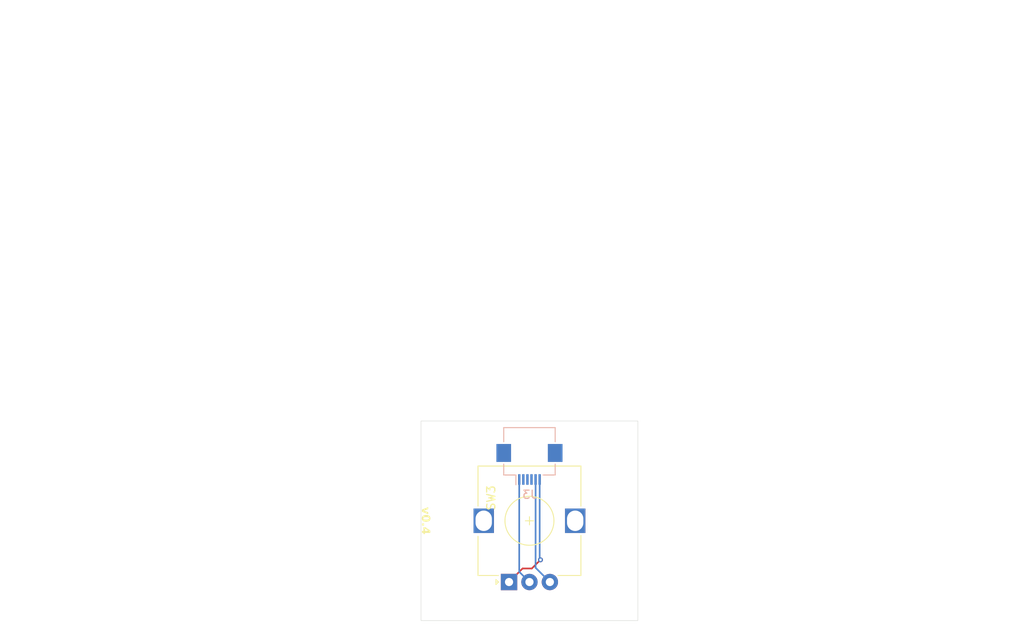
<source format=kicad_pcb>
(kicad_pcb (version 20241229) (generator "pcbnew") (generator_version "9.0")
  (layers (0 "F.Cu" signal) (2 "B.Cu" signal) (13 "F.Paste" user) (15 "B.Paste" user) (5 "F.SilkS" user "F.Silkscreen") (7 "B.SilkS" user "B.Silkscreen") (1 "F.Mask" user) (3 "B.Mask" user) (25 "Edge.Cuts" user))
  (net 0 "")
  (net 1 "ENC_B")
  (net 2 "GND")
  (net 3 "VCC")
  (net 4 "ENC_A")
  (net 5 "AD_Y")
  (net 6 "AD_X")
  (footprint "kbd_Hole:m2_Screw_Hole" (layer "F.Cu") (at 96.6875 75.4375)
    (property "Reference" "H2")
    (property "Value" "MountingHole")
    (pad "" np_thru_hole circle (at 0 0) (size 2.2 2.2) (drill 2.2) (layers "*.Cu" "*.Mask"))
  )
  (footprint "Sekitei:RotaryEncoder_Alps_EC12E_Vertical_H20mm_custom" (layer "F.Cu") (at 86.0625 85 90)
    (property "Reference" "SW3" (at 2.8 -4.7 90) (layer "F.SilkS"))
    (property "Value" "RotaryEncoder")
    (fp_line (start 6.7 -6.3) (end 6.7 6.3) (stroke (width 0.12)) (layer "F.SilkS"))
    (fp_line (start 1.8 -6.3) (end 6.7 -6.3) (stroke (width 0.12)) (layer "F.SilkS"))
    (fp_line (start -1.9 -6.3) (end -6.7 -6.3) (stroke (width 0.12)) (layer "F.SilkS"))
    (fp_line (start -6.7 -6.3) (end -6.7 -3.8) (stroke (width 0.12)) (layer "F.SilkS"))
    (fp_line (start -7.2 -4.1) (end -7.5 -3.8) (stroke (width 0.12)) (layer "F.SilkS"))
    (fp_line (start -7.8 -4.1) (end -7.2 -4.1) (stroke (width 0.12)) (layer "F.SilkS"))
    (fp_line (start -7.5 -3.8) (end -7.8 -4.1) (stroke (width 0.12)) (layer "F.SilkS"))
    (fp_line (start 0 -0.5) (end 0 0.5) (stroke (width 0.12)) (layer "F.SilkS"))
    (fp_line (start -0.5 0) (end 0.5 0) (stroke (width 0.12)) (layer "F.SilkS"))
    (fp_line (start 6.7 6.3) (end 1.8 6.3) (stroke (width 0.12)) (layer "F.SilkS"))
    (fp_line (start -1.8 6.3) (end -6.7 6.3) (stroke (width 0.12)) (layer "F.SilkS"))
    (fp_line (start -6.7 6.3) (end -6.7 3.5) (stroke (width 0.12)) (layer "F.SilkS"))
    (fp_circle (center 0 0) (end 3 0) (stroke (width 0.12)) (fill no) (layer "F.SilkS"))
    (pad "A" thru_hole rect (at -7.5 -2.5 90) (size 2 2) (drill 1) (layers "*.Cu" "*.Mask") (net 4 "ENC_A"))
    (pad "B" thru_hole circle (at -7.5 2.5 90) (size 2 2) (drill 1) (layers "*.Cu" "*.Mask") (net 1 "ENC_B"))
    (pad "C" thru_hole circle (at -7.5 0 90) (size 2 2) (drill 1) (layers "*.Cu" "*.Mask") (net 2 "GND"))
    (pad "MP" thru_hole rect (at 0 -5.6 90) (size 3 2.5) (drill oval 2.5 2) (layers "*.Cu" "*.Mask"))
    (pad "MP" thru_hole rect (at 0 5.6 90) (size 3 2.5) (drill oval 2.5 2) (layers "*.Cu" "*.Mask"))
  )
  (footprint "kbd_Hole:m2_Screw_Hole" (layer "F.Cu") (at 75.4375 94.5625)
    (property "Reference" "H4")
    (property "Value" "MountingHole")
    (pad "" np_thru_hole circle (at 0 0) (size 2.2 2.2) (drill 2.2) (layers "*.Cu" "*.Mask"))
  )
  (footprint "kbd_Hole:m2_Screw_Hole" (layer "F.Cu") (at 96.6875 94.5625)
    (property "Reference" "H3")
    (property "Value" "MountingHole")
    (pad "" np_thru_hole circle (at 0 0) (size 2.2 2.2) (drill 2.2) (layers "*.Cu" "*.Mask"))
  )
  (footprint "kbd_Hole:m2_Screw_Hole" (layer "F.Cu") (at 75.4375 75.4375)
    (property "Reference" "H1")
    (property "Value" "MountingHole")
    (pad "" np_thru_hole circle (at 0 0) (size 2.2 2.2) (drill 2.2) (layers "*.Cu" "*.Mask"))
  )
  (footprint "Connector_FFC-FPC:Hirose_FH12-6S-0.5SH_1x06-1MP_P0.50mm_Horizontal" (layer "B.Cu") (at 86.0625 78.09375)
    (property "Reference" "J3" (at 0 3.7 180) (layer "B.SilkS") (effects (justify mirror)))
    (property "Value" "Conn_01x06_Socket")
    (fp_line (start -3.15 -4.5) (end 3.15 -4.5) (stroke (width 0.12)) (layer "B.SilkS"))
    (fp_line (start -3.15 -2.76) (end -3.15 -4.5) (stroke (width 0.12)) (layer "B.SilkS"))
    (fp_line (start -3.15 1.3) (end -3.15 -0.04) (stroke (width 0.12)) (layer "B.SilkS"))
    (fp_line (start -1.66 1.3) (end -3.15 1.3) (stroke (width 0.12)) (layer "B.SilkS"))
    (fp_line (start -1.66 1.3) (end -1.66 2.5) (stroke (width 0.12)) (layer "B.SilkS"))
    (fp_line (start 1.66 1.3) (end 3.15 1.3) (stroke (width 0.12)) (layer "B.SilkS"))
    (fp_line (start 3.15 -4.5) (end 3.15 -2.76) (stroke (width 0.12)) (layer "B.SilkS"))
    (fp_line (start 3.15 1.3) (end 3.15 -0.04) (stroke (width 0.12)) (layer "B.SilkS"))
    (pad "1" smd rect (at -1.25 1.85) (size 0.3 1.3) (layers "B.Cu" "B.Mask" "B.Paste") (net 2 "GND"))
    (pad "2" smd rect (at -0.75 1.85) (size 0.3 1.3) (layers "B.Cu" "B.Mask" "B.Paste") (net 3 "VCC"))
    (pad "3" smd rect (at -0.25 1.85) (size 0.3 1.3) (layers "B.Cu" "B.Mask" "B.Paste") (net 6 "AD_X"))
    (pad "4" smd rect (at 0.25 1.85) (size 0.3 1.3) (layers "B.Cu" "B.Mask" "B.Paste") (net 5 "AD_Y"))
    (pad "5" smd rect (at 0.75 1.85) (size 0.3 1.3) (layers "B.Cu" "B.Mask" "B.Paste") (net 1 "ENC_B"))
    (pad "6" smd rect (at 1.25 1.85) (size 0.3 1.3) (layers "B.Cu" "B.Mask" "B.Paste") (net 4 "ENC_A"))
    (pad "MP" smd rect (at -3.15 -1.4) (size 1.8 2.2) (layers "B.Cu" "B.Mask" "B.Paste"))
    (pad "MP" smd rect (at 3.15 -1.4) (size 1.8 2.2) (layers "B.Cu" "B.Mask" "B.Paste"))
  )
  (gr_rect (start 72.78125 72.78125) (end 99.34375 97.21875) (stroke (width 0.05)) (fill no) (layer "Edge.Cuts"))
  (gr_text "v0.4\n" (at 73.3125 85 270) (layer "F.SilkS") (effects (font (size 1 1) (thickness 0.25) (bold yes))))
  (segment (start 86.8125 90.75) (end 86.8125 79.94375) (width 0.2) (layer "B.Cu") (net 1))
  (segment (start 88.5625 92.5) (end 86.8125 90.75) (width 0.2) (layer "B.Cu") (net 1))
  (segment (start 86.0625 92.5) (end 84.8125 91.25) (width 0.2) (layer "B.Cu") (net 2))
  (segment (start 84.8125 91.25) (end 84.8125 79.94375) (width 0.2) (layer "B.Cu") (net 2))
  (segment (start 86.35 90.84375) (end 85.21875 90.84375) (width 0.2) (layer "F.Cu") (net 4))
  (segment (start 87.4125 89.78125) (end 86.35 90.84375) (width 0.2) (layer "F.Cu") (net 4))
  (segment (start 85.21875 90.84375) (end 83.5625 92.5) (width 0.2) (layer "F.Cu") (net 4))
  (via (at 87.4125 89.78125) (size 0.6) (drill 0.3) (layers "F.Cu" "B.Cu") (net 4))
  (segment (start 87.4125 89.78125) (end 87.3125 89.68125) (width 0.2) (layer "B.Cu") (net 4))
  (segment (start 87.3125 89.68125) (end 87.3125 79.94375) (width 0.2) (layer "B.Cu") (net 4))
)
</source>
